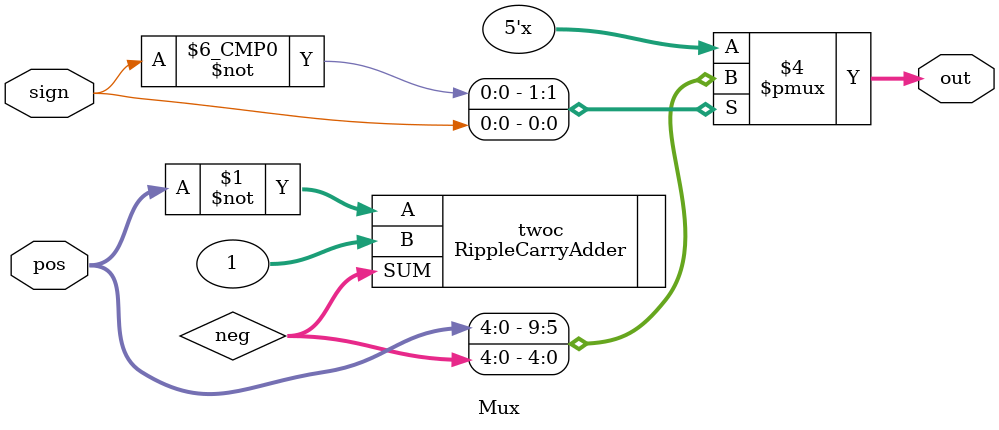
<source format=sv>
`timescale 1ns / 1ps

/*
* A 2:1 Mux used to choose whether or not to change the sign
* of a number. If the original sign is positive, it chooses
* the original number. If negative, it uses two's complement
* of the input.
*/
module Mux(
    input sign,
    input [4:0] pos,
    output reg [4:0] out
    );
    
    // The negative verion of pos input
    logic [4:0] neg;
    // Calculate the two's complement of 'pos', assign to 'neg'
    RippleCarryAdder twoc(.A(~pos), .B(1), .SUM(neg));
    
    // Choose output based on whether the original sign was positive/negative
    always_comb
        case (sign)
            0: out <= pos;
            1: out <= neg;
        endcase
    
endmodule

</source>
